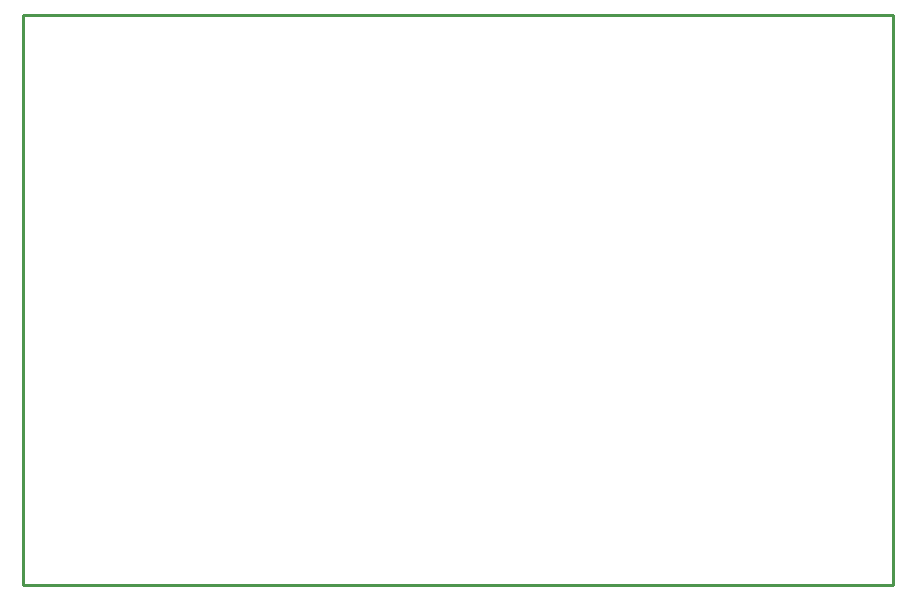
<source format=gm1>
G04*
G04 #@! TF.GenerationSoftware,Altium Limited,Altium Designer,20.0.13 (296)*
G04*
G04 Layer_Color=16711935*
%FSLAX43Y43*%
%MOMM*%
G71*
G01*
G75*
%ADD19C,0.254*%
D19*
X25400Y73660D02*
X99060D01*
Y25400D02*
Y73660D01*
X25400Y25400D02*
X99060D01*
X25400D02*
Y73660D01*
M02*

</source>
